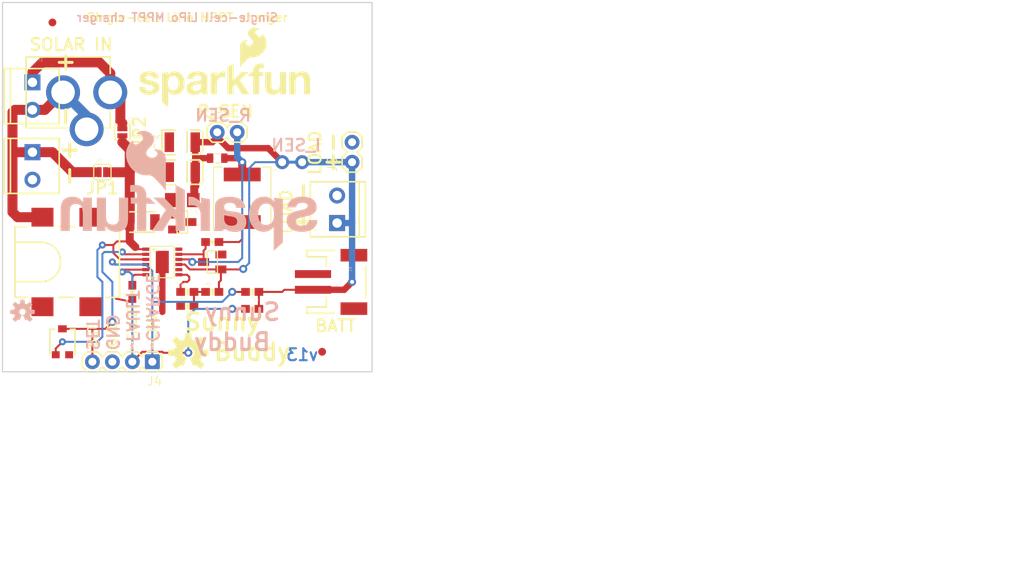
<source format=kicad_pcb>
(kicad_pcb (version 20211014) (generator pcbnew)
  (layers (0 "F.Cu" signal) (1 "In1.Cu" signal) (2 "In2.Cu" signal) (31 "B.Cu" signal) (34 "B.Paste" user) (35 "F.Paste" user) (36 "B.SilkS" user "B.Silkscreen") (37 "F.SilkS" user "F.Silkscreen") (38 "B.Mask" user) (39 "F.Mask" user) (44 "Edge.Cuts" user))
  (net 0 "")
  (net 1 "SW")
  (net 2 "SENSE")
  (net 3 "VIN")
  (net 4 "GND")
  (net 5 "BOOST")
  (net 6 "TIMER")
  (net 7 "FB")
  (net 8 "NTC")
  (net 9 "~{CHRG}")
  (net 10 "~{FAULT}")
  (net 11 "V_BATT")
  (net 12 "N$8")
  (net 13 "SFSASDF")
  (net 14 "N$1")
  (net 15 "N$2")
  (net 16 "N$3")
  (footprint "boardEagle:SJ_2S" (layer "F.Cu") (at 137.7061 103.0986)
    (fp_text reference "JP1" (at -0.9498 -1.27) (layer "F.SilkS") (effects (font (size 0.373888 0.373888) (thickness 0.032512)) (justify left bottom)))
    (fp_text value "")
    (pad "1" smd rect (at -0.4119 0) (size 0.635 1.27) (layers "F.Cu" "F.Paste" "F.Mask") (net 12 "N$8"))
    (pad "2" smd rect (at 0.4119 0) (size 0.635 1.27) (layers "F.Cu" "F.Paste" "F.Mask") (net 3 "VIN"))
  )
  (footprint "boardEagle:STAND-OFF" (layer "F.Cu") (at 169.4561 84.0486)
    (fp_text reference "STANDOFF3" hide)
    (fp_text value "STAND-OFF" hide)
    (pad "" np_thru_hole circle (at 0 0) (size 3.302 3.302) (drill 3.302) (layers *.Cu *.Mask))
  )
  (footprint "boardEagle:CR75" (layer "F.Cu") (at 155.4861 109.4486 90)
    (fp_text reference "L1" hide)
    (fp_text value "68uH" hide)
    (pad "P$1" smd rect (at 0 0 180) (size 4.7 1.75) (layers "F.Cu" "F.Paste" "F.Mask") (net 1 "SW"))
    (pad "P$2" smd rect (at 6.05 0 180) (size 4.7 1.75) (layers "F.Cu" "F.Paste" "F.Mask") (net 2 "SENSE"))
  )
  (footprint "boardEagle:1X02" (layer "F.Cu") (at 152.3111 98.0186)
    (fp_text reference "JP4" (at -1.3462 -1.8288) (layer "F.SilkS") (effects (font (size 1.143 1.143) (thickness 0.127)) (justify left bottom)))
    (fp_text value "R_SEN")
    (pad "1" thru_hole circle (at 0 0 90) (size 1.8796 1.8796) (drill 1.016) (layers *.Cu *.Mask) (net 16 "N$3"))
    (pad "2" thru_hole circle (at 2.54 0 90) (size 1.8796 1.8796) (drill 1.016) (layers *.Cu *.Mask) (net 2 "SENSE"))
  )
  (footprint "boardEagle:TRIMPOT-3MM" (layer "F.Cu") (at 132.6261 124.6886)
    (fp_text reference "R7" (at -0.762 -0.508) (layer "F.SilkS") (effects (font (size 0.280416 0.280416) (thickness 0.024384)) (justify left bottom)))
    (fp_text value "10k")
    (pad "1" smd rect (at -0.85 1.65) (size 1 0.9) (layers "F.Cu" "F.Paste" "F.Mask") (net 3 "VIN"))
    (pad "2" smd rect (at 0 -1.65) (size 1.1 0.9) (layers "F.Cu" "F.Paste" "F.Mask") (net 15 "N$2"))
    (pad "3" smd rect (at 0.85 1.65) (size 1 0.9) (layers "F.Cu" "F.Paste" "F.Mask") (net 4 "GND"))
  )
  (footprint "boardEagle:1X02" (layer "F.Cu") (at 169.4561 101.8286 90)
    (fp_text reference "J5" (at -1.3462 -1.8288 90) (layer "F.SilkS") (effects (font (size 1.143 1.143) (thickness 0.127)) (justify left bottom)))
    (fp_text value "M02PTH")
    (pad "1" thru_hole circle (at 0 0 180) (size 1.8796 1.8796) (drill 1.016) (layers *.Cu *.Mask) (net 11 "V_BATT"))
    (pad "2" thru_hole circle (at 2.54 0 180) (size 1.8796 1.8796) (drill 1.016) (layers *.Cu *.Mask) (net 4 "GND"))
  )
  (footprint "boardEagle:FIDUCIAL-1X2" (layer "F.Cu") (at 131.3561 84.0486)
    (fp_text reference "FID1" hide)
    (fp_text value "FIDUCIAL1X2" hide)
    (pad "1" smd roundrect (at 0 0) (size 1 1) (layers "F.Cu" "F.Mask") (roundrect_rratio 0.5))
  )
  (footprint "boardEagle:0603-RES" (layer "F.Cu") (at 156.7561 120.4976 180)
    (fp_text reference "R5" (at -0.889 -0.762 180) (layer "F.SilkS") (effects (font (size 0.373888 0.373888) (thickness 0.032512)) (justify right top)))
    (fp_text value "10K")
    (pad "1" smd rect (at -0.85 0 180) (size 1.1 1) (layers "F.Cu" "F.Paste" "F.Mask") (net 11 "V_BATT"))
    (pad "2" smd rect (at 0.85 0 180) (size 1.1 1) (layers "F.Cu" "F.Paste" "F.Mask") (net 10 "~{FAULT}"))
  )
  (footprint "boardEagle:SOT23" (layer "F.Cu") (at 147.8661 109.4486 -90)
    (fp_text reference "D1" (at -0.889 -2.032 -90) (layer "F.SilkS") (effects (font (size 0.373888 0.373888) (thickness 0.032512)) (justify left bottom)))
    (fp_text value "ZLLS500")
    (pad "1" smd rect (at -0.95 1.1 270) (size 1 1.4) (layers "F.Cu" "F.Paste" "F.Mask") (net 4 "GND"))
    (pad "2" smd rect (at 0.95 1.1 270) (size 1 1.4) (layers "F.Cu" "F.Paste" "F.Mask"))
    (pad "3" smd rect (at 0 -1.1 270) (size 1 1.4) (layers "F.Cu" "F.Paste" "F.Mask") (net 1 "SW"))
  )
  (footprint "boardEagle:SJ_2S-NO" (layer "F.Cu") (at 140.2461 98.0186 -90)
    (fp_text reference "JP2" (at -0.908 -1.27 -90) (layer "F.SilkS") (effects (font (size 0.373888 0.373888) (thickness 0.032512)) (justify left bottom)))
    (fp_text value "")
    (pad "1" smd rect (at -0.45 0 270) (size 0.635 1.27) (layers "F.Cu" "F.Mask") (net 13 "SFSASDF"))
    (pad "2" smd rect (at 0.45 0 270) (size 0.635 1.27) (layers "F.Cu" "F.Mask") (net 3 "VIN"))
  )
  (footprint "boardEagle:SCREWTERMINAL-3.5MM-2" (layer "F.Cu") (at 128.8161 91.6686 -90)
    (fp_text reference "J7" (at -1.27 -2.54 -90) (layer "F.SilkS") (effects (font (size 0.373888 0.373888) (thickness 0.032512)) (justify left bottom)))
    (fp_text value "M023.5MM")
    (pad "1" thru_hole rect (at 0 0 270) (size 2.032 2.032) (drill 1.2) (layers *.Cu *.Mask) (net 13 "SFSASDF"))
    (pad "2" thru_hole circle (at 3.5 0 270) (size 2.032 2.032) (drill 1.2) (layers *.Cu *.Mask) (net 12 "N$8"))
  )
  (footprint "boardEagle:PTH-JUMPER-NC_BOTTOM_NO_SILK" (layer "F.Cu") (at 161.8361 101.8286)
    (fp_text reference "JP3" (at -2.54 1.27) (layer "F.SilkS") (effects (font (size 0.373888 0.373888) (thickness 0.032512)) (justify left bottom)))
    (fp_text value "JUMPER-PTH-2-NC")
    (pad "1" thru_hole circle (at -1.27 0) (size 1.778 1.778) (drill 1.016) (layers *.Cu *.Mask) (net 16 "N$3"))
    (pad "2" thru_hole circle (at 1.27 0) (size 1.778 1.778) (drill 1.016) (layers *.Cu *.Mask) (net 11 "V_BATT"))
    (pad "P$1" smd rect (at 0 0 180) (size 1.27 0.381) (layers "B.Cu" "B.Paste" "B.Mask"))
  )
  (footprint "boardEagle:0603-RES" (layer "F.Cu") (at 156.7561 118.3386 180)
    (fp_text reference "R4" (at -0.889 -0.762 180) (layer "F.SilkS") (effects (font (size 0.373888 0.373888) (thickness 0.032512)) (justify right top)))
    (fp_text value "10K")
    (pad "1" smd rect (at -0.85 0 180) (size 1.1 1) (layers "F.Cu" "F.Paste" "F.Mask") (net 11 "V_BATT"))
    (pad "2" smd rect (at 0.85 0 180) (size 1.1 1) (layers "F.Cu" "F.Paste" "F.Mask") (net 9 "~{CHRG}"))
  )
  (footprint "boardEagle:STAND-OFF" (layer "F.Cu") (at 169.4561 125.9586)
    (fp_text reference "STANDOFF4" hide)
    (fp_text value "STAND-OFF" hide)
    (pad "" np_thru_hole circle (at 0 0) (size 3.302 3.302) (drill 3.302) (layers *.Cu *.Mask))
  )
  (footprint "boardEagle:JST-2-SMD" (layer "F.Cu") (at 168.1861 117.0686 -90)
    (fp_text reference "J3" (at -1.27 -1.27 -90) (layer "F.SilkS") (effects (font (size 0.373888 0.373888) (thickness 0.032512)) (justify left bottom)))
    (fp_text value "")
    (pad "1" smd rect (at -1 3.7 270) (size 1 4.6) (layers "F.Cu" "F.Paste" "F.Mask") (net 4 "GND"))
    (pad "2" smd rect (at 1 3.7 270) (size 1 4.6) (layers "F.Cu" "F.Paste" "F.Mask") (net 11 "V_BATT"))
    (pad "NC1" smd rect (at -3.4 -1.5) (size 3.4 1.6) (layers "F.Cu" "F.Paste" "F.Mask") (net 4 "GND"))
    (pad "NC2" smd rect (at 3.4 -1.5) (size 3.4 1.6) (layers "F.Cu" "F.Paste" "F.Mask") (net 4 "GND"))
  )
  (footprint "boardEagle:SOT23" (layer "F.Cu") (at 151.6761 114.5286 90)
    (fp_text reference "D2" (at -0.889 -2.032 90) (layer "F.SilkS") (effects (font (size 0.373888 0.373888) (thickness 0.032512)) (justify left bottom)))
    (fp_text value "ZLLS500")
    (pad "1" smd rect (at -0.95 1.1 90) (size 1 1.4) (layers "F.Cu" "F.Paste" "F.Mask") (net 16 "N$3"))
    (pad "2" smd rect (at 0.95 1.1 90) (size 1 1.4) (layers "F.Cu" "F.Paste" "F.Mask"))
    (pad "3" smd rect (at 0 -1.1 90) (size 1 1.4) (layers "F.Cu" "F.Paste" "F.Mask") (net 5 "BOOST"))
  )
  (footprint "boardEagle:STAND-OFF" (layer "F.Cu") (at 127.5461 125.9586)
    (fp_text reference "STANDOFF1" hide)
    (fp_text value "STAND-OFF" hide)
    (pad "" np_thru_hole circle (at 0 0) (size 3.302 3.302) (drill 3.302) (layers *.Cu *.Mask))
  )
  (footprint "boardEagle:SFE_LOGO_NAME_FLAME_.2" (layer "F.Cu") (at 141.6431 94.9706)
    (fp_text reference "LOGO1" hide)
    (fp_text value "SFE_LOGO_NAME_FLAME.2_INCH" hide)
  )
  (footprint "boardEagle:0805" (layer "F.Cu") (at 152.3111 101.3206 180)
    (fp_text reference "R1" (at -0.762 -0.8255 180) (layer "F.SilkS") (effects (font (size 0.373888 0.373888) (thickness 0.032512)) (justify right top)))
    (fp_text value "0.22")
    (pad "1" smd rect (at -0.9 0 180) (size 0.8 1.2) (layers "F.Cu" "F.Paste" "F.Mask") (net 2 "SENSE"))
    (pad "2" smd rect (at 0.9 0 180) (size 0.8 1.2) (layers "F.Cu" "F.Paste" "F.Mask") (net 16 "N$3"))
  )
  (footprint "boardEagle:0603-RES" (layer "F.Cu") (at 151.6761 118.3386)
    (fp_text reference "R2" (at -0.889 -0.762) (layer "F.SilkS") (effects (font (size 0.373888 0.373888) (thickness 0.032512)) (justify left bottom)))
    (fp_text value "47k")
    (pad "1" smd rect (at -0.85 0) (size 1.1 1) (layers "F.Cu" "F.Paste" "F.Mask") (net 7 "FB"))
    (pad "2" smd rect (at 0.85 0) (size 1.1 1) (layers "F.Cu" "F.Paste" "F.Mask") (net 16 "N$3"))
  )
  (footprint "boardEagle:OSHW-LOGO-M" (layer "F.Cu") (at 148.6281 126.0856)
    (fp_text reference "LOGO2" hide)
    (fp_text value "OSHW-LOGOM" hide)
  )
  (footprint "boardEagle:EIA3528" (layer "F.Cu") (at 147.8661 103.0986)
    (fp_text reference "C4" (at -2.27 1.27 90) (layer "F.SilkS") (effects (font (size 1.1684 1.1684) (thickness 0.1016)) (justify left bottom)))
    (fp_text value "47uF")
    (pad "A" smd rect (at 1.65 0 90) (size 2.5 1.2) (layers "F.Cu" "F.Paste" "F.Mask") (net 16 "N$3"))
    (pad "C" smd rect (at -1.65 0 90) (size 2.5 1.2) (layers "F.Cu" "F.Paste" "F.Mask") (net 4 "GND"))
  )
  (footprint "boardEagle:FIDUCIAL-1X2" (layer "F.Cu") (at 165.6461 125.9586)
    (fp_text reference "FID2" hide)
    (fp_text value "FIDUCIAL1X2" hide)
    (pad "1" smd roundrect (at 0 0) (size 1 1) (layers "F.Cu" "F.Mask") (roundrect_rratio 0.5))
  )
  (footprint "boardEagle:EIA3528" (layer "F.Cu") (at 147.8661 99.2886)
    (fp_text reference "C3" (at -2.27 1.27 90) (layer "F.SilkS") (effects (font (size 1.1684 1.1684) (thickness 0.1016)) (justify left bottom)))
    (fp_text value "47uF")
    (pad "A" smd rect (at 1.65 0 90) (size 2.5 1.2) (layers "F.Cu" "F.Paste" "F.Mask") (net 16 "N$3"))
    (pad "C" smd rect (at -1.65 0 90) (size 2.5 1.2) (layers "F.Cu" "F.Paste" "F.Mask") (net 4 "GND"))
  )
  (footprint "boardEagle:1X04" (layer "F.Cu") (at 144.0561 127.2286 180)
    (fp_text reference "J4" (at -1.3462 -1.8288 180) (layer "F.SilkS") (effects (font (size 1.143 1.143) (thickness 0.127)) (justify right top)))
    (fp_text value "")
    (pad "1" thru_hole rect (at 0 0 270) (size 1.8796 1.8796) (drill 1.016) (layers *.Cu *.Mask) (net 9 "~{CHRG}"))
    (pad "2" thru_hole circle (at 2.54 0 270) (size 1.8796 1.8796) (drill 1.016) (layers *.Cu *.Mask) (net 10 "~{FAULT}"))
    (pad "3" thru_hole circle (at 5.08 0 270) (size 1.8796 1.8796) (drill 1.016) (layers *.Cu *.Mask) (net 4 "GND"))
    (pad "4" thru_hole circle (at 7.62 0 270) (size 1.8796 1.8796) (drill 1.016) (layers *.Cu *.Mask) (net 15 "N$2"))
  )
  (footprint "boardEagle:0603-CAP" (layer "F.Cu") (at 151.6761 111.9886)
    (fp_text reference "C5" (at -0.889 -0.762) (layer "F.SilkS") (effects (font (size 0.373888 0.373888) (thickness 0.032512)) (justify left bottom)))
    (fp_text value "1.0uF")
    (pad "1" smd rect (at -0.85 0) (size 1.1 1) (layers "F.Cu" "F.Paste" "F.Mask") (net 5 "BOOST"))
    (pad "2" smd rect (at 0.85 0) (size 1.1 1) (layers "F.Cu" "F.Paste" "F.Mask") (net 1 "SW"))
  )
  (footprint "boardEagle:1206" (layer "F.Cu") (at 147.8661 106.6546 180)
    (fp_text reference "C2" (at -1.27 -1.143 180) (layer "F.SilkS") (effects (font (size 0.373888 0.373888) (thickness 0.032512)) (justify right top)))
    (fp_text value "10uF")
    (pad "1" smd rect (at -1.4 0 180) (size 1.6 1.8) (layers "F.Cu" "F.Paste" "F.Mask") (net 16 "N$3"))
    (pad "2" smd rect (at 1.4 0 180) (size 1.6 1.8) (layers "F.Cu" "F.Paste" "F.Mask") (net 4 "GND"))
  )
  (footprint "boardEagle:0603-RES" (layer "F.Cu") (at 148.5011 118.3386)
    (fp_text reference "R6" (at -0.889 -0.762) (layer "F.SilkS") (effects (font (size 0.373888 0.373888) (thickness 0.032512)) (justify left bottom)))
    (fp_text value "220k")
    (pad "1" smd rect (at -0.85 0) (size 1.1 1) (layers "F.Cu" "F.Paste" "F.Mask") (net 14 "N$1"))
    (pad "2" smd rect (at 0.85 0) (size 1.1 1) (layers "F.Cu" "F.Paste" "F.Mask") (net 7 "FB"))
  )
  (footprint "boardEagle:0603-RES" (layer "F.Cu") (at 148.5011 120.1166)
    (fp_text reference "R3" (at -0.889 -0.762) (layer "F.SilkS") (effects (font (size 0.373888 0.373888) (thickness 0.032512)) (justify left bottom)))
    (fp_text value "220k")
    (pad "1" smd rect (at -0.85 0) (size 1.1 1) (layers "F.Cu" "F.Paste" "F.Mask") (net 4 "GND"))
    (pad "2" smd rect (at 0.85 0) (size 1.1 1) (layers "F.Cu" "F.Paste" "F.Mask") (net 7 "FB"))
  )
  (footprint "boardEagle:STAND-OFF" (layer "F.Cu") (at 127.5461 84.0486)
    (fp_text reference "STANDOFF2" hide)
    (fp_text value "STAND-OFF" hide)
    (pad "" np_thru_hole circle (at 0 0) (size 3.302 3.302) (drill 3.302) (layers *.Cu *.Mask))
  )
  (footprint "boardEagle:MSOP-12_GND" (layer "F.Cu") (at 145.3261 114.5286)
    (fp_text reference "U1" (at -1.27 -1.27) (layer "F.SilkS") (effects (font (size 0.373888 0.373888) (thickness 0.032512)) (justify left bottom)))
    (fp_text value "LT3652")
    (pad "1" smd rect (at -2.1 -1.625 180) (size 0.889 0.42) (layers "F.Cu" "F.Paste" "F.Mask") (net 3 "VIN"))
    (pad "2" smd rect (at -2.1 -0.975 180) (size 0.889 0.42) (layers "F.Cu" "F.Paste" "F.Mask") (net 15 "N$2"))
    (pad "3" smd rect (at -2.1 -0.325 180) (size 0.889 0.42) (layers "F.Cu" "F.Paste" "F.Mask") (net 3 "VIN"))
    (pad "4" smd rect (at -2.1 0.325 180) (size 0.889 0.42) (layers "F.Cu" "F.Paste" "F.Mask") (net 9 "~{CHRG}"))
    (pad "5" smd rect (at -2.1 0.975 180) (size 0.889 0.42) (layers "F.Cu" "F.Paste" "F.Mask") (net 10 "~{FAULT}"))
    (pad "6" smd rect (at -2.1 1.625 180) (size 0.889 0.42) (layers "F.Cu" "F.Paste" "F.Mask") (net 6 "TIMER"))
    (pad "7" smd rect (at 2.1 1.625 180) (size 0.889 0.42) (layers "F.Cu" "F.Paste" "F.Mask") (net 14 "N$1"))
    (pad "8" smd rect (at 2.1 0.975 180) (size 0.889 0.42) (layers "F.Cu" "F.Paste" "F.Mask") (net 8 "NTC"))
    (pad "9" smd rect (at 2.1 0.325 180) (size 0.889 0.42) (layers "F.Cu" "F.Paste" "F.Mask") (net 16 "N$3"))
    (pad "10" smd rect (at 2.1 -0.325 180) (size 0.889 0.42) (layers "F.Cu" "F.Paste" "F.Mask") (net 2 "SENSE"))
    (pad "11" smd rect (at 2.1 -0.975 180) (size 0.889 0.42) (layers "F.Cu" "F.Paste" "F.Mask") (net 5 "BOOST"))
    (pad "12" smd rect (at 2.1 -1.625 180) (size 0.889 0.42) (layers "F.Cu" "F.Paste" "F.Mask") (net 1 "SW"))
    (pad "13" smd rect (at 0 0 90) (size 2.845 1.651) (layers "F.Cu" "F.Mask") (net 4 "GND"))
  )
  (footprint "boardEagle:1210" (layer "F.Cu") (at 142.7861 109.4486)
    (fp_text reference "C1" (at -0.8 -0.5) (layer "F.SilkS") (effects (font (size 0.373888 0.373888) (thickness 0.032512)) (justify left bottom)))
    (fp_text value "10uF")
    (pad "1" smd rect (at -1.6 0) (size 1.2 2) (layers "F.Cu" "F.Paste" "F.Mask") (net 3 "VIN"))
    (pad "2" smd rect (at 1.6 0) (size 1.2 2) (layers "F.Cu" "F.Paste" "F.Mask") (net 4 "GND"))
  )
  (footprint "boardEagle:POWER_JACK_SMD" (layer "F.Cu") (at 130.0861 114.5286)
    (fp_text reference "J1" hide)
    (fp_text value "5.5x2.1mm Barrel" hide)
    (pad "" np_thru_hole circle (at 0 0) (size 2.032 2.032) (drill 2.032) (layers *.Cu *.Mask))
    (pad "" np_thru_hole circle (at 4.572 0) (size 2.032 2.032) (drill 2.032) (layers *.Cu *.Mask))
    (pad "GND" smd rect (at 0 5.7) (size 2.8 2.4) (layers "F.Cu" "F.Paste" "F.Mask") (net 4 "GND"))
    (pad "P$4" smd rect (at 6.1 5.7) (size 2.8 2.4) (layers "F.Cu" "F.Paste" "F.Mask") (net 4 "GND"))
    (pad "VIN0" smd rect (at 0 -5.7) (size 2.8 2.4) (layers "F.Cu" "F.Paste" "F.Mask") (net 12 "N$8"))
    (pad "VIN1" smd rect (at 6.1 -5.7) (size 2.8 2.4) (layers "F.Cu" "F.Paste" "F.Mask"))
  )
  (footprint "boardEagle:CREATIVE_COMMONS" (layer "F.Cu") (at 171.9961 155.1686)
    (fp_text reference "FRAME1" hide)
    (fp_text value "FRAME-LETTER" hide)
  )
  (footprint "boardEagle:0603-CAP" (layer "F.Cu") (at 141.5161 118.3386 90)
    (fp_text reference "C6" (at -0.889 -0.762 90) (layer "F.SilkS") (effects (font (size 0.373888 0.373888) (thickness 0.032512)) (justify left bottom)))
    (fp_text value "1.0uF")
    (pad "1" smd rect (at -0.85 0 90) (size 1.1 1) (layers "F.Cu" "F.Paste" "F.Mask") (net 4 "GND"))
    (pad "2" smd rect (at 0.85 0 90) (size 1.1 1) (layers "F.Cu" "F.Paste" "F.Mask") (net 6 "TIMER"))
  )
  (footprint "boardEagle:POWER_JACK_PTH" (layer "F.Cu") (at 125.0061 92.9386 -90)
    (fp_text reference "J2" (at -3.81 -5.08 -90) (layer "F.SilkS") (effects (font (size 0.373888 0.373888) (thickness 0.032512)) (justify left bottom)))
    (fp_text value "POWER_JACKPTH")
    (pad "GND" thru_hole circle (at 0 -7.7 270) (size 4.318 4.318) (drill 2.9972) (layers *.Cu *.Mask) (net 12 "N$8"))
    (pad "GNDBREAK" thru_hole circle (at 4.7 -10.7) (size 4.318 4.318) (drill 2.9972) (layers *.Cu *.Mask) (net 12 "N$8"))
    (pad "PWR" thru_hole circle (at 0 -13.7 270) (size 4.318 4.318) (drill 2.9972) (layers *.Cu *.Mask) (net 13 "SFSASDF"))
  )
  (footprint "boardEagle:SCREWTERMINAL-3.5MM-2" (layer "F.Cu") (at 167.5511 109.5756 90)
    (fp_text reference "J6" (at -1.27 -2.54 90) (layer "F.SilkS") (effects (font (size 0.373888 0.373888) (thickness 0.032512)) (justify left bottom)))
    (fp_text value "M023.5MM")
    (pad "1" thru_hole rect (at 0 0 90) (size 2.032 2.032) (drill 1.2) (layers *.Cu *.Mask) (net 11 "V_BATT"))
    (pad "2" thru_hole circle (at 3.5 0 90) (size 2.032 2.032) (drill 1.2) (layers *.Cu *.Mask) (net 4 "GND"))
  )
  (footprint "boardEagle:SCREWTERMINAL-3.5MM-2" (layer "F.Cu") (at 128.8161 100.5586 -90)
    (fp_text reference "J8" (at -1.27 -2.54 -90) (layer "F.SilkS") (effects (font (size 0.373888 0.373888) (thickness 0.032512)) (justify left bottom)))
    (fp_text value "M023.5MM")
    (pad "1" thru_hole rect (at 0 0 270) (size 2.032 2.032) (drill 1.2) (layers *.Cu *.Mask) (net 12 "N$8"))
    (pad "2" thru_hole circle (at 3.5 0 270) (size 2.032 2.032) (drill 1.2) (layers *.Cu *.Mask) (net 4 "GND"))
  )
  (footprint "boardEagle:OSHW-LOGO-S" (layer "B.Cu") (at 127.5461 120.8786 180)
    (fp_text reference "LOGO3" hide)
    (fp_text value "OSHW-LOGOS" hide)
  )
  (footprint "boardEagle:SFE_LOGO_NAME_FLAME_.3" (layer "B.Cu") (at 165.6461 113.2586 180)
    (fp_text reference "LOGO4" hide)
    (fp_text value "SFE_LOGO_NAME_FLAME.3_INCH" hide)
  )
  (gr_line (start 171.9961 128.4986) (end 125.0061 128.4986) (layer "Edge.Cuts") (width 0.1524))
  (gr_line (start 171.9961 81.5086) (end 171.9961 128.4986) (layer "Edge.Cuts") (width 0.1524))
  (gr_line (start 125.0061 128.4986) (end 125.0061 81.5086) (layer "Edge.Cuts") (width 0.1524))
  (gr_line (start 125.0061 81.5086) (end 171.9961 81.5086) (layer "Edge.Cuts") (width 0.1524))
  (gr_text "v13" (at 163.1061 127.2286) (layer "B.Cu") (effects (font (size 1.5113 1.5113) (thickness 0.2667)) (justify bottom mirror)))
  (gr_text "Single-cell LiPo MPPT charger" (at 147.2311 84.0486) (layer "B.SilkS") (effects (font (size 1.0795 1.0795) (thickness 0.1905)) (justify bottom mirror)))
  (gr_text "GND" (at 138.9761 125.9586 -90) (layer "B.SilkS") (effects (font (size 1.5113 1.5113) (thickness 0.2667)) (justify left mirror)))
  (gr_text "~FAULT" (at 141.5161 125.9586 -90) (layer "B.SilkS") (effects (font (size 1.5113 1.5113) (thickness 0.2667)) (justify left mirror)))
  (gr_text "I_SEN" (at 165.6461 100.5586) (layer "B.SilkS") (effects (font (size 1.5113 1.5113) (thickness 0.2667)) (justify left bottom mirror)))
  (gr_text "SET" (at 136.4361 125.9586 -90) (layer "B.SilkS") (effects (font (size 1.5113 1.5113) (thickness 0.2667)) (justify left mirror)))
  (gr_text "~CHARGE" (at 144.0561 125.9586 -90) (layer "B.SilkS") (effects (font (size 1.5113 1.5113) (thickness 0.2667)) (justify left mirror)))
  (gr_text "Sunny" (at 155.4861 122.1486) (layer "B.SilkS") (effects (font (size 2.159 2.159) (thickness 0.381)) (justify bottom mirror)))
  (gr_text "R_SEN" (at 156.7561 96.7486) (layer "B.SilkS") (effects (font (size 1.5113 1.5113) (thickness 0.2667)) (justify left bottom mirror)))
  (gr_text "Buddy" (at 159.2961 125.9586) (layer "B.SilkS") (effects (font (size 2.159 2.159) (thickness 0.381)) (justify left bottom mirror)))
  (gr_text "Single-cell LiPo MPPT charger" (at 148.5011 84.0486) (layer "F.SilkS") (effects (font (size 1.0795 1.0795) (thickness 0.1905)) (justify bottom)))
  (gr_text "SET" (at 136.4361 125.4506 90) (layer "F.SilkS") (effects (font (size 1.0795 1.0795) (thickness 0.1905)) (justify left)))
  (gr_text "LOAD" (at 161.9631 111.0996 90) (layer "F.SilkS") (effects (font (size 1.5113 1.5113) (thickness 0.2667)) (justify left bottom)))
  (gr_text "BATT" (at 170.0911 121.7676) (layer "F.SilkS") (effects (font (size 1.5113 1.5113) (thickness 0.2667)) (justify right top)))
  (gr_text "R_SEN" (at 149.6441 96.2406) (layer "F.SilkS") (effects (font (size 1.5113 1.5113) (thickness 0.2667)) (justify left bottom)))
  (gr_text "-" (at 134.1501 95.9866 90) (layer "F.SilkS") (effects (font (size 2.159 2.159) (thickness 0.381)) (justify bottom)))
  (gr_text "Buddy" (at 151.6761 127.2286) (layer "F.SilkS") (effects (font (size 2.159 2.159) (thickness 0.381)) (justify left bottom)))
  (gr_text "JP1" (at 137.7061 106.0196) (layer "F.SilkS") (effects (font (size 1.5113 1.5113) (thickness 0.2667)) (justify bottom)))
  (gr_text "-" (at 164.3761 105.6386 90) (layer "F.SilkS") (effects (font (size 2.159 2.159) (thickness 0.381)) (justify bottom)))
  (gr_text "LOAD" (at 165.6461 103.6066 90) (layer "F.SilkS") (effects (font (size 1.5113 1.5113) (thickness 0.2667)) (justify left bottom)))
  (gr_text "+" (at 168.1861 101.8286 90) (layer "F.SilkS") (effects (font (size 2.159 2.159) (thickness 0.381)) (justify bottom)))
  (gr_text "+" (at 164.3761 109.4486 90) (layer "F.SilkS") (effects (font (size 2.159 2.159) (thickness 0.381)) (justify bottom)))
  (gr_text "SOLAR IN" (at 128.3081 87.7316) (layer "F.SilkS") (effects (font (size 1.5113 1.5113) (thickness 0.2667)) (justify left bottom)))
  (gr_text "-" (at 134.6581 103.6066 90) (layer "F.SilkS") (effects (font (size 2.159 2.159) (thickness 0.381)) (justify bottom)))
  (gr_text "GND" (at 138.9761 125.4506 90) (layer "F.SilkS") (effects (font (size 1.0795 1.0795) (thickness 0.1905)) (justify left)))
  (gr_text "JP2" (at 143.2941 98.0186 90) (layer "F.SilkS") (effects (font (size 1.5113 1.5113) (thickness 0.2667)) (justify bottom)))
  (gr_text "Sunny" (at 152.9461 123.4186) (layer "F.SilkS") (effects (font (size 2.159 2.159) (thickness 0.381)) (justify bottom)))
  (gr_text "~CHG" (at 144.0561 125.4506 90) (layer "F.SilkS") (effects (font (size 1.0795 1.0795) (thickness 0.1905)) (justify left)))
  (gr_text "~FAULT" (at 141.5161 125.4506 90) (layer "F.SilkS") (effects (font (size 1.0795 1.0795) (thickness 0.1905)) (justify left)))
  (gr_text "+" (at 134.1501 89.1286 90) (layer "F.SilkS") (effects (font (size 2.159 2.159) (thickness 0.381)) (justify bottom)))
  (gr_text "+" (at 134.6581 100.3046 90) (layer "F.SilkS") (effects (font (size 2.159 2.159) (thickness 0.381)) (justify bottom)))
  (gr_text "-" (at 168.1861 99.2886 90) (layer "F.SilkS") (effects (font (size 2.159 2.159) (thickness 0.381)) (justify bottom)))
  (segment (start 155.4861 111.6076) (end 155.4861 109.4486) (width 0.254) (layer "F.Cu") (net 1))
  (segment (start 155.1051 111.9886) (end 155.4861 111.6076) (width 0.254) (layer "F.Cu") (net 1))
  (segment (start 152.5261 111.9886) (end 155.1051 111.9886) (width 0.254) (layer "F.Cu") (net 1))
  (segment (start 154.9781 101.3206) (end 155.4861 101.8286) (width 0.8128) (layer "F.Cu") (net 2))
  (segment (start 147.4261 114.2036) (end 148.8111 114.2036) (width 0.254) (layer "F.Cu") (net 2))
  (segment (start 153.2111 101.3206) (end 154.9781 101.3206) (width 0.8128) (layer "F.Cu") (net 2))
  (segment (start 155.4861 101.8286) (end 155.4861 103.3986) (width 1.016) (layer "F.Cu") (net 2))
  (segment (start 148.8111 114.2036) (end 149.1361 114.5286) (width 0.254) (layer "F.Cu") (net 2))
  (via (at 155.4861 101.8286) (size 1.016) (drill 0.508) (layers "F.Cu" "B.Cu") (net 2))
  (via (at 149.1361 114.5286) (size 1.016) (drill 0.508) (layers "F.Cu" "B.Cu") (net 2))
  (segment (start 154.8511 101.1936) (end 155.4861 101.8286) (width 0.8128) (layer "B.Cu") (net 2))
  (segment (start 149.1361 114.5286) (end 154.9781 114.5286) (width 0.254) (layer "B.Cu") (net 2))
  (segment (start 154.8511 98.0186) (end 154.8511 101.1936) (width 0.8128) (layer "B.Cu") (net 2))
  (segment (start 155.4861 114.0206) (end 155.4861 101.8286) (width 0.254) (layer "B.Cu") (net 2))
  (segment (start 154.9781 114.5286) (end 155.4861 114.0206) (width 0.254) (layer "B.Cu") (net 2))
  (segment (start 139.1031 113.3856) (end 139.1031 112.3696) (width 0.254) (layer "F.Cu") (net 3))
  (segment (start 141.1861 111.9126) (end 139.5601 111.9126) (width 0.254) (layer "F.Cu") (net 3))
  (segment (start 138.7221 103.0986) (end 138.737531 103.114032) (width 0.254) (layer "F.Cu") (net 3))
  (segment (start 131.7761 125.5386) (end 132.6261 124.6886) (width 0.254) (layer "F.Cu") (net 3))
  (segment (start 143.2261 112.9036) (end 142.1771 112.9036) (width 0.254) (layer "F.Cu") (net 3))
  (segment (start 139.9211 114.2036) (end 139.1031 113.3856) (width 0.254) (layer "F.Cu") (net 3))
  (segment (start 138.7221 103.0986) (end 138.118 103.0986) (width 0.254) (layer "F.Cu") (net 3))
  (segment (start 139.1031 112.3696) (end 139.5601 111.9126) (width 0.254) (layer "F.Cu") (net 3))
  (segment (start 141.1861 109.4486) (end 141.1861 103.114032) (width 1.27) (layer "F.Cu") (net 3))
  (segment (start 141.1861 100.2286) (end 140.2461 99.2886) (width 1.27) (layer "F.Cu") (net 3))
  (segment (start 143.2261 114.2036) (end 139.9211 114.2036) (width 0.254) (layer "F.Cu") (net 3))
  (segment (start 131.7761 126.3386) (end 131.7761 125.5386) (width 0.254) (layer "F.Cu") (net 3))
  (segment (start 141.1861 111.9126) (end 141.8971 112.6236) (width 1.016) (layer "F.Cu") (net 3))
  (segment (start 141.1861 103.114032) (end 138.737531 103.114032) (width 1.27) (layer "F.Cu") (net 3))
  (segment (start 141.1861 109.4486) (end 141.1861 111.9126) (width 1.016) (layer "F.Cu") (net 3))
  (segment (start 137.7061 112.3696) (end 139.1031 112.3696) (width 0.254) (layer "F.Cu") (net 3))
  (segment (start 141.1861 103.114032) (end 141.1861 100.2286) (width 1.27) (layer "F.Cu") (net 3))
  (segment (start 140.2461 98.4686) (end 140.2461 99.2886) (width 0.254) (layer "F.Cu") (net 3))
  (segment (start 142.1771 112.9036) (end 141.8971 112.6236) (width 0.254) (layer "F.Cu") (net 3))
  (via (at 132.6261 124.6886) (size 0.889) (drill 0.381) (layers "F.Cu" "B.Cu") (net 3))
  (via (at 137.7061 112.3696) (size 0.889) (drill 0.381) (layers "F.Cu" "B.Cu") (net 3))
  (segment (start 132.6261 124.6886) (end 137.0711 124.6886) (width 0.254) (layer "B.Cu") (net 3))
  (segment (start 137.7061 117.0686) (end 137.0711 116.4336) (width 0.254) (layer "B.Cu") (net 3))
  (segment (start 137.0711 113.0046) (end 137.7061 112.3696) (width 0.254) (layer "B.Cu") (net 3))
  (segment (start 137.0711 116.4336) (end 137.0711 113.0046) (width 0.254) (layer "B.Cu") (net 3))
  (segment (start 137.7061 124.0536) (end 137.7061 117.0686) (width 0.254) (layer "B.Cu") (net 3))
  (segment (start 137.0711 124.6886) (end 137.7061 124.0536) (width 0.254) (layer "B.Cu") (net 3))
  (segment (start 139.3961 119.1886) (end 141.5161 119.6086) (width 0.254) (layer "F.Cu") (net 4))
  (segment (start 145.3261 114.5286) (end 145.3261 120.8786) (width 0.8128) (layer "F.Cu") (net 4))
  (segment (start 150.5761 114.5286) (end 150.5761 113.6396) (width 0.254) (layer "F.Cu") (net 5))
  (segment (start 150.5761 113.6396) (end 150.5761 113.0886) (width 0.254) (layer "F.Cu") (net 5))
  (segment (start 150.5761 113.0886) (end 150.8261 112.8386) (width 0.254) (layer "F.Cu") (net 5))
  (segment (start 150.8261 111.9886) (end 150.8261 112.8386) (width 0.254) (layer "F.Cu") (net 5))
  (segment (start 150.4901 113.5536) (end 150.5761 113.6396) (width 0.254) (layer "F.Cu") (net 5))
  (segment (start 147.4261 113.5536) (end 150.4901 113.5536) (width 0.254) (layer "F.Cu") (net 5))
  (segment (start 141.7961 116.1536) (end 141.5161 116.4336) (width 0.254) (layer "F.Cu") (net 6))
  (segment (start 143.2261 116.1536) (end 141.7961 116.1536) (width 0.254) (layer "F.Cu") (net 6))
  (segment (start 141.5161 116.4336) (end 141.5161 117.4886) (width 0.254) (layer "F.Cu") (net 6))
  (segment (start 149.3511 118.3386) (end 150.8261 118.3386) (width 0.254) (layer "F.Cu") (net 7))
  (segment (start 149.3511 120.1166) (end 149.3511 118.3386) (width 0.254) (layer "F.Cu") (net 7))
  (segment (start 139.3011 114.8536) (end 138.9761 114.5286) (width 0.254) (layer "F.Cu") (net 9))
  (segment (start 155.9061 118.3386) (end 154.2161 118.3386) (width 0.254) (layer "F.Cu") (net 9))
  (segment (start 143.2261 114.8536) (end 139.3011 114.8536) (width 0.254) (layer "F.Cu") (net 9))
  (via (at 138.9761 114.5286) (size 0.889) (drill 0.381) (layers "F.Cu" "B.Cu") (net 9))
  (via (at 154.2161 118.3386) (size 1.016) (drill 0.508) (layers "F.Cu" "B.Cu") (net 9))
  (segment (start 139.3011 114.8536) (end 138.9761 114.5286) (width 0.254) (layer "B.Cu") (net 9))
  (segment (start 143.2261 114.8536) (end 139.3011 114.8536) (width 0.254) (layer "B.Cu") (net 9))
  (segment (start 144.0561 115.6836) (end 144.0561 119.6086) (width 0.254) (layer "B.Cu") (net 9))
  (segment (start 144.0561 115.6836) (end 143.2261 114.8536) (width 0.254) (layer "B.Cu") (net 9))
  (segment (start 152.9461 119.6086) (end 144.0561 119.6086) (width 0.254) (layer "B.Cu") (net 9))
  (segment (start 152.9461 119.6086) (end 154.2161 118.3386) (width 0.254) (layer "B.Cu") (net 9))
  (segment (start 144.0561 119.6086) (end 144.0561 127.2286) (width 0.254) (layer "B.Cu") (net 9))
  (segment (start 145.3261 125.9586) (end 142.7861 125.9586) (width 0.254) (layer "F.Cu") (net 10))
  (segment (start 142.7861 125.9586) (end 141.5161 127.2286) (width 0.254) (layer "F.Cu") (net 10))
  (segment (start 148.6281 126.0856) (end 145.4531 126.0856) (width 0.254) (layer "F.Cu") (net 10))
  (segment (start 145.4531 126.0856) (end 145.3261 125.9586) (width 0.254) (layer "F.Cu") (net 10))
  (segment (start 143.2261 115.5036) (end 140.5411 115.5036) (width 0.254) (layer "F.Cu") (net 10))
  (segment (start 140.5411 115.5036) (end 140.2461 115.7986) (width 0.254) (layer "F.Cu") (net 10))
  (segment (start 155.9061 120.4976) (end 154.2161 120.4976) (width 0.254) (layer "F.Cu") (net 10))
  (via (at 154.2161 120.4976) (size 1.016) (drill 0.508) (layers "F.Cu" "B.Cu") (net 10))
  (via (at 140.2461 115.7986) (size 0.889) (drill 0.381) (layers "F.Cu" "B.Cu") (net 10))
  (via (at 148.6281 126.0856) (size 1.016) (drill 0.508) (layers "F.Cu" "B.Cu") (net 10))
  (segment (start 148.6281 121.3866) (end 148.6281 126.0856) (width 0.254) (layer "B.Cu") (net 10))
  (segment (start 141.1351 115.7986) (end 141.5161 116.1796) (width 0.254) (layer "B.Cu") (net 10))
  (segment (start 148.6281 121.3866) (end 149.5171 120.4976) (width 0.254) (layer "B.Cu") (net 10))
  (segment (start 149.5171 120.4976) (end 154.2161 120.4976) (width 0.254) (layer "B.Cu") (net 10))
  (segment (start 141.5161 116.1796) (end 141.5161 127.2286) (width 0.254) (layer "B.Cu") (net 10))
  (segment (start 140.2461 115.7986) (end 141.1351 115.7986) (width 0.254) (layer "B.Cu") (net 10))
  (segment (start 157.6061 118.3386) (end 157.6061 120.4976) (width 0.254) (layer "F.Cu") (net 11))
  (segment (start 168.4561 118.0686) (end 169.4561 117.0686) (width 0.8128) (layer "F.Cu") (net 11))
  (segment (start 160.8361 118.0686) (end 160.5661 118.3386) (width 0.254) (layer "F.Cu") (net 11))
  (segment (start 157.6061 118.3386) (end 160.5661 118.3386) (width 0.254) (layer "F.Cu") (net 11))
  (segment (start 164.4861 118.0686) (end 160.8361 118.0686) (width 0.254) (layer "F.Cu") (net 11))
  (segment (start 164.4861 118.0686) (end 168.4561 118.0686) (width 0.8128) (layer "F.Cu") (net 11))
  (via (at 169.4561 117.0686) (size 1.016) (drill 0.508) (layers "F.Cu" "B.Cu") (net 11))
  (segment (start 169.4561 117.0686) (end 169.4561 109.4486) (width 0.8128) (layer "B.Cu") (net 11))
  (segment (start 169.3291 109.5756) (end 169.4561 109.4486) (width 0.8128) (layer "B.Cu") (net 11))
  (segment (start 169.4561 109.4486) (end 169.4561 101.8286) (width 0.8128) (layer "B.Cu") (net 11))
  (segment (start 169.4561 101.8286) (end 163.1061 101.8286) (width 0.8128) (layer "B.Cu") (net 11))
  (segment (start 167.5511 109.5756) (end 169.3291 109.5756) (width 0.8128) (layer "B.Cu") (net 11))
  (segment (start 128.8161 95.1686) (end 126.5861 95.1686) (width 1.27) (layer "F.Cu") (net 12))
  (segment (start 126.2761 100.5586) (end 126.2761 108.1786) (width 1.27) (layer "F.Cu") (net 12))
  (segment (start 131.3561 100.5586) (end 133.8961 103.0986) (width 1.27) (layer "F.Cu") (net 12))
  (segment (start 128.8161 95.1686) (end 130.3961 95.1686) (width 1.27) (layer "F.Cu") (net 12))
  (segment (start 136.6901 103.0986) (end 137.2942 103.0986) (width 0.254) (layer "F.Cu") (net 12))
  (segment (start 132.7061 92.9386) (end 132.6261 92.9386) (width 0.254) (layer "F.Cu") (net 12))
  (segment (start 133.8961 103.0986) (end 136.6901 103.0986) (width 1.27) (layer "F.Cu") (net 12))
  (segment (start 128.8161 100.5586) (end 131.3561 100.5586) (width 1.27) (layer "F.Cu") (net 12))
  (segment (start 128.8161 100.5586) (end 126.2761 100.5586) (width 1.27) (layer "F.Cu") (net 12))
  (segment (start 130.3961 95.1686) (end 132.6261 92.9386) (width 1.27) (layer "F.Cu") (net 12))
  (segment (start 130.0861 108.8286) (end 126.9261 108.8286) (width 1.27) (layer "F.Cu") (net 12))
  (segment (start 126.5861 95.1686) (end 126.2761 95.4786) (width 1.27) (layer "F.Cu") (net 12))
  (segment (start 126.9261 108.8286) (end 126.2761 108.1786) (width 1.27) (layer "F.Cu") (net 12))
  (segment (start 126.2761 95.4786) (end 126.2761 100.5586) (width 1.27) (layer "F.Cu") (net 12))
  (segment (start 135.7061 97.6386) (end 135.7061 95.9386) (width 1.27) (layer "B.Cu") (net 12))
  (segment (start 135.7061 95.9386) (end 132.7061 92.9386) (width 1.27) (layer "B.Cu") (net 12))
  (segment (start 130.0861 89.1286) (end 137.3251 89.1286) (width 1.27) (layer "F.Cu") (net 13))
  (segment (start 137.3251 89.1286) (end 138.7061 90.5096) (width 1.27) (layer "F.Cu") (net 13))
  (segment (start 140.2461 97.5686) (end 140.2461 96.8756) (width 0.254) (layer "F.Cu") (net 13))
  (segment (start 128.8161 91.6686) (end 128.8161 90.3986) (width 1.27) (layer "F.Cu") (net 13))
  (segment (start 138.7061 92.9386) (end 139.9921 94.0816) (width 1.27) (layer "F.Cu") (net 13))
  (segment (start 138.7061 92.9386) (end 138.7061 90.5096) (width 1.27) (layer "F.Cu") (net 13))
  (segment (start 139.9921 96.6216) (end 140.2461 96.8756) (width 1.27) (layer "F.Cu") (net 13))
  (segment (start 128.8161 90.3986) (end 130.0861 89.1286) (width 1.27) (layer "F.Cu") (net 13))
  (segment (start 139.9921 94.0816) (end 139.9921 96.6216) (width 1.27) (layer "F.Cu") (net 13))
  (segment (start 148.5011 117.0686) (end 147.9931 117.0686) (width 0.254) (layer "F.Cu") (net 14))
  (segment (start 147.9931 117.0686) (end 147.6511 117.4106) (width 0.254) (layer "F.Cu") (net 14))
  (segment (start 148.4751 116.1536) (end 148.7551 116.4336) (width 0.254) (layer "F.Cu") (net 14))
  (segment (start 147.4261 116.1536) (end 148.4751 116.1536) (width 0.254) (layer "F.Cu") (net 14))
  (segment (start 148.7551 116.4336) (end 148.7551 116.8146) (width 0.254) (layer "F.Cu") (net 14))
  (segment (start 147.6511 118.3386) (end 147.6511 117.4106) (width 0.254) (layer "F.Cu") (net 14))
  (segment (start 148.7551 116.8146) (end 148.5011 117.0686) (width 0.254) (layer "F.Cu") (net 14))
  (segment (start 132.6261 123.0386) (end 136.4361 123.0386) (width 0.254) (layer "F.Cu") (net 15))
  (segment (start 143.2261 113.5536) (end 140.5411 113.5536) (width 0.254) (layer "F.Cu") (net 15))
  (segment (start 136.4361 127.2286) (end 136.4361 123.0386) (width 0.254) (layer "F.Cu") (net 15))
  (segment (start 136.4361 123.0386) (end 138.0861 123.0386) (width 0.254) (layer "F.Cu") (net 15))
  (segment (start 140.5411 113.5536) (end 140.2461 113.2586) (width 0.254) (layer "F.Cu") (net 15))
  (segment (start 138.0861 123.0386) (end 138.9761 122.1486) (width 0.254) (layer "F.Cu") (net 15))
  (via (at 138.9761 122.1486) (size 1.016) (drill 0.508) (layers "F.Cu" "B.Cu") (net 15))
  (via (at 140.2461 113.2586) (size 0.889) (drill 0.381) (layers "F.Cu" "B.Cu") (net 15))
  (segment (start 138.9761 117.0686) (end 138.9761 122.1486) (width 0.254) (layer "B.Cu") (net 15))
  (segment (start 137.7061 115.7986) (end 138.9761 117.0686) (width 0.254) (layer "B.Cu") (net 15))
  (segment (start 137.7061 113.5126) (end 137.7061 115.7986) (width 0.254) (layer "B.Cu") (net 15))
  (segment (start 140.2461 113.2586) (end 137.9601 113.2586) (width 0.254) (layer "B.Cu") (net 15))
  (segment (start 137.9601 113.2586) (end 137.7061 113.5126) (width 0.254) (layer "B.Cu") (net 15))
  (segment (start 158.7881 100.0506) (end 153.7081 100.0506) (width 0.8128) (layer "F.Cu") (net 16))
  (segment (start 153.7081 100.0506) (end 152.3111 98.6536) (width 0.8128) (layer "F.Cu") (net 16))
  (segment (start 160.5661 101.8286) (end 158.7881 100.0506) (width 0.8128) (layer "F.Cu") (net 16))
  (segment (start 149.3901 106.5306) (end 149.2661 106.6546) (width 1.016) (layer "F.Cu") (net 16))
  (segment (start 152.5261 118.3386) (end 152.5261 117.1076) (width 0.254) (layer "F.Cu") (net 16))
  (segment (start 151.6761 99.2886) (end 152.3111 98.6536) (width 0.8128) (layer "F.Cu") (net 16))
  (segment (start 152.7761 115.4786) (end 152.7761 116.8576) (width 0.254) (layer "F.Cu") (net 16))
  (segment (start 149.5161 103.0986) (end 149.5161 101.3206) (width 0.8128) (layer "F.Cu") (net 16))
  (segment (start 155.6131 115.4176) (end 155.5521 115.4786) (width 0.254) (layer "F.Cu") (net 16))
  (segment (start 148.1911 114.8536) (end 148.8161 115.4786) (width 0.254) (layer "F.Cu") (net 16))
  (segment (start 148.8161 115.4786) (end 152.7761 115.4786) (width 0.254) (layer "F.Cu") (net 16))
  (segment (start 147.4261 114.8536) (end 148.1911 114.8536) (width 0.254) (layer "F.Cu") (net 16))
  (segment (start 149.5161 103.0986) (end 149.5161 104.8776) (width 1.016) (layer "F.Cu") (net 16))
  (segment (start 152.3111 98.6536) (end 152.3111 98.0186) (width 0.8128) (layer "F.Cu") (net 16))
  (segment (start 151.4111 101.3206) (end 149.5161 101.3206) (width 0.8128) (layer "F.Cu") (net 16))
  (segment (start 152.7761 116.8576) (end 152.5261 117.1076) (width 0.254) (layer "F.Cu") (net 16))
  (segment (start 149.5161 104.8776) (end 149.3901 105.0036) (width 1.016) (layer "F.Cu") (net 16))
  (segment (start 155.5521 115.4786) (end 152.7761 115.4786) (width 0.254) (layer "F.Cu") (net 16))
  (segment (start 149.1361 106.5246) (end 149.2661 106.6546) (width 0.254) (layer "F.Cu") (net 16))
  (segment (start 149.3901 105.0036) (end 149.3901 106.5306) (width 1.016) (layer "F.Cu") (net 16))
  (segment (start 149.5161 101.3206) (end 149.5161 99.2886) (width 0.8128) (layer "F.Cu") (net 16))
  (segment (start 149.5161 99.2886) (end 151.6761 99.2886) (width 0.8128) (layer "F.Cu") (net 16))
  (via (at 155.6131 115.4176) (size 1.016) (drill 0.508) (layers "F.Cu" "B.Cu") (net 16))
  (segment (start 156.3751 114.6556) (end 155.6131 115.4176) (width 0.254) (layer "B.Cu") (net 16))
  (segment (start 156.3751 102.5906) (end 156.3751 114.6556) (width 0.254) (layer "B.Cu") (net 16))
  (segment (start 157.1371 101.8286) (end 156.3751 102.5906) (width 0.254) (layer "B.Cu") (net 16))
  (segment (start 160.5661 101.8286) (end 157.1371 101.8286) (width 0.254) (layer "B.Cu") (net 16))
)
</source>
